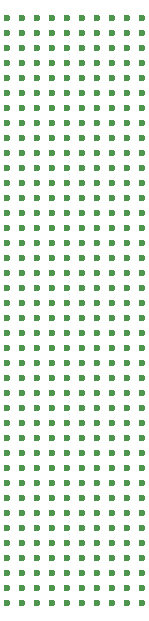
<source format=gtp>
%FSAX24Y24*%
%MOIN*%
G70*
G01*
G75*
G04 Layer_Color=8421504*
%ADD10C,0.0236*%
G54D10*
X087768Y032272D02*
D03*
Y032772D02*
D03*
Y033272D02*
D03*
Y033772D02*
D03*
Y034272D02*
D03*
Y034772D02*
D03*
Y035272D02*
D03*
Y035772D02*
D03*
Y036272D02*
D03*
Y036772D02*
D03*
Y037272D02*
D03*
Y037772D02*
D03*
Y038272D02*
D03*
Y038772D02*
D03*
Y039272D02*
D03*
Y039772D02*
D03*
Y040272D02*
D03*
Y040772D02*
D03*
Y041272D02*
D03*
Y041772D02*
D03*
Y042272D02*
D03*
Y042772D02*
D03*
Y043272D02*
D03*
Y043772D02*
D03*
Y044272D02*
D03*
Y044772D02*
D03*
Y045272D02*
D03*
Y045772D02*
D03*
Y046272D02*
D03*
Y046772D02*
D03*
Y047272D02*
D03*
Y047772D02*
D03*
Y048272D02*
D03*
Y048772D02*
D03*
Y049272D02*
D03*
Y049772D02*
D03*
Y050272D02*
D03*
Y050772D02*
D03*
Y051272D02*
D03*
Y051772D02*
D03*
X087268Y032272D02*
D03*
Y032772D02*
D03*
Y033272D02*
D03*
Y033772D02*
D03*
Y034272D02*
D03*
Y034772D02*
D03*
Y035272D02*
D03*
Y035772D02*
D03*
Y036272D02*
D03*
Y036772D02*
D03*
Y037272D02*
D03*
Y037772D02*
D03*
Y038272D02*
D03*
Y038772D02*
D03*
Y039272D02*
D03*
Y039772D02*
D03*
Y040272D02*
D03*
Y040772D02*
D03*
Y041272D02*
D03*
Y041772D02*
D03*
Y042272D02*
D03*
Y042772D02*
D03*
Y043272D02*
D03*
Y043772D02*
D03*
Y044272D02*
D03*
Y044772D02*
D03*
Y045272D02*
D03*
Y045772D02*
D03*
Y046272D02*
D03*
Y046772D02*
D03*
Y047272D02*
D03*
Y047772D02*
D03*
Y048272D02*
D03*
Y048772D02*
D03*
Y049272D02*
D03*
Y049772D02*
D03*
Y050272D02*
D03*
Y050772D02*
D03*
Y051272D02*
D03*
Y051772D02*
D03*
X086768Y032272D02*
D03*
Y032772D02*
D03*
Y033272D02*
D03*
Y033772D02*
D03*
Y034272D02*
D03*
Y034772D02*
D03*
Y035272D02*
D03*
Y035772D02*
D03*
Y036272D02*
D03*
Y036772D02*
D03*
Y037272D02*
D03*
Y037772D02*
D03*
Y038272D02*
D03*
Y038772D02*
D03*
Y039272D02*
D03*
Y039772D02*
D03*
Y040272D02*
D03*
Y040772D02*
D03*
Y041272D02*
D03*
Y041772D02*
D03*
Y042272D02*
D03*
Y042772D02*
D03*
Y043272D02*
D03*
Y043772D02*
D03*
Y044272D02*
D03*
Y044772D02*
D03*
Y045272D02*
D03*
Y045772D02*
D03*
Y046272D02*
D03*
Y046772D02*
D03*
Y047272D02*
D03*
Y047772D02*
D03*
Y048272D02*
D03*
Y048772D02*
D03*
Y049272D02*
D03*
Y049772D02*
D03*
Y050272D02*
D03*
Y050772D02*
D03*
Y051272D02*
D03*
Y051772D02*
D03*
X086268Y032272D02*
D03*
Y032772D02*
D03*
Y033272D02*
D03*
Y033772D02*
D03*
Y034272D02*
D03*
Y034772D02*
D03*
Y035272D02*
D03*
Y035772D02*
D03*
Y036272D02*
D03*
Y036772D02*
D03*
Y037272D02*
D03*
Y037772D02*
D03*
Y038272D02*
D03*
Y038772D02*
D03*
Y039272D02*
D03*
Y039772D02*
D03*
Y040272D02*
D03*
Y040772D02*
D03*
Y041272D02*
D03*
Y041772D02*
D03*
Y042272D02*
D03*
Y042772D02*
D03*
Y043272D02*
D03*
Y043772D02*
D03*
Y044272D02*
D03*
Y044772D02*
D03*
Y045272D02*
D03*
Y045772D02*
D03*
Y046272D02*
D03*
Y046772D02*
D03*
Y047272D02*
D03*
Y047772D02*
D03*
Y048272D02*
D03*
Y048772D02*
D03*
Y049272D02*
D03*
Y049772D02*
D03*
Y050272D02*
D03*
Y050772D02*
D03*
Y051272D02*
D03*
Y051772D02*
D03*
X085768Y032272D02*
D03*
Y032772D02*
D03*
Y033272D02*
D03*
Y033772D02*
D03*
Y034272D02*
D03*
Y034772D02*
D03*
Y035272D02*
D03*
Y035772D02*
D03*
Y036272D02*
D03*
Y036772D02*
D03*
Y037272D02*
D03*
Y037772D02*
D03*
Y038272D02*
D03*
Y038772D02*
D03*
Y039272D02*
D03*
Y039772D02*
D03*
Y040272D02*
D03*
Y040772D02*
D03*
Y041272D02*
D03*
Y041772D02*
D03*
Y042272D02*
D03*
Y042772D02*
D03*
Y043272D02*
D03*
Y043772D02*
D03*
Y044272D02*
D03*
Y044772D02*
D03*
Y045272D02*
D03*
Y045772D02*
D03*
Y046272D02*
D03*
Y046772D02*
D03*
Y047272D02*
D03*
Y047772D02*
D03*
Y048272D02*
D03*
Y048772D02*
D03*
Y049272D02*
D03*
Y049772D02*
D03*
Y050272D02*
D03*
Y050772D02*
D03*
Y051272D02*
D03*
Y051772D02*
D03*
X085268Y032272D02*
D03*
Y032772D02*
D03*
Y033272D02*
D03*
Y033772D02*
D03*
Y034272D02*
D03*
Y034772D02*
D03*
Y035272D02*
D03*
Y035772D02*
D03*
Y036272D02*
D03*
Y036772D02*
D03*
Y037272D02*
D03*
Y037772D02*
D03*
Y038272D02*
D03*
Y038772D02*
D03*
Y039272D02*
D03*
Y039772D02*
D03*
Y040272D02*
D03*
Y040772D02*
D03*
Y041272D02*
D03*
Y041772D02*
D03*
Y042272D02*
D03*
Y042772D02*
D03*
Y043272D02*
D03*
Y043772D02*
D03*
Y044272D02*
D03*
Y044772D02*
D03*
Y045272D02*
D03*
Y045772D02*
D03*
Y046272D02*
D03*
Y046772D02*
D03*
Y047272D02*
D03*
Y047772D02*
D03*
Y048272D02*
D03*
Y048772D02*
D03*
Y049272D02*
D03*
Y049772D02*
D03*
Y050272D02*
D03*
Y050772D02*
D03*
Y051272D02*
D03*
Y051772D02*
D03*
X084768Y032272D02*
D03*
Y032772D02*
D03*
Y033272D02*
D03*
Y033772D02*
D03*
Y034272D02*
D03*
Y034772D02*
D03*
Y035272D02*
D03*
Y035772D02*
D03*
Y036272D02*
D03*
Y036772D02*
D03*
Y037272D02*
D03*
Y037772D02*
D03*
Y038272D02*
D03*
Y038772D02*
D03*
Y039272D02*
D03*
Y039772D02*
D03*
Y040272D02*
D03*
Y040772D02*
D03*
Y041272D02*
D03*
Y041772D02*
D03*
Y042272D02*
D03*
Y042772D02*
D03*
Y043272D02*
D03*
Y043772D02*
D03*
Y044272D02*
D03*
Y044772D02*
D03*
Y045272D02*
D03*
Y045772D02*
D03*
Y046272D02*
D03*
Y046772D02*
D03*
Y047272D02*
D03*
Y047772D02*
D03*
Y048272D02*
D03*
Y048772D02*
D03*
Y049272D02*
D03*
Y049772D02*
D03*
Y050272D02*
D03*
Y050772D02*
D03*
Y051272D02*
D03*
Y051772D02*
D03*
X084268Y032272D02*
D03*
Y032772D02*
D03*
Y033272D02*
D03*
Y033772D02*
D03*
Y034272D02*
D03*
Y034772D02*
D03*
Y035272D02*
D03*
Y035772D02*
D03*
Y036272D02*
D03*
Y036772D02*
D03*
Y037272D02*
D03*
Y037772D02*
D03*
Y038272D02*
D03*
Y038772D02*
D03*
Y039272D02*
D03*
Y039772D02*
D03*
Y040272D02*
D03*
Y040772D02*
D03*
Y041272D02*
D03*
Y041772D02*
D03*
Y042272D02*
D03*
Y042772D02*
D03*
Y043272D02*
D03*
Y043772D02*
D03*
Y044272D02*
D03*
Y044772D02*
D03*
Y045272D02*
D03*
Y045772D02*
D03*
Y046272D02*
D03*
Y046772D02*
D03*
Y047272D02*
D03*
Y047772D02*
D03*
Y048272D02*
D03*
Y048772D02*
D03*
Y049272D02*
D03*
Y049772D02*
D03*
Y050272D02*
D03*
Y050772D02*
D03*
Y051272D02*
D03*
Y051772D02*
D03*
X083768Y032272D02*
D03*
Y032772D02*
D03*
Y033272D02*
D03*
Y033772D02*
D03*
Y034272D02*
D03*
Y034772D02*
D03*
Y035272D02*
D03*
Y035772D02*
D03*
Y036272D02*
D03*
Y036772D02*
D03*
Y037272D02*
D03*
Y037772D02*
D03*
Y038272D02*
D03*
Y038772D02*
D03*
Y039272D02*
D03*
Y039772D02*
D03*
Y040272D02*
D03*
Y040772D02*
D03*
Y041272D02*
D03*
Y041772D02*
D03*
Y042272D02*
D03*
Y042772D02*
D03*
Y043272D02*
D03*
Y043772D02*
D03*
Y044272D02*
D03*
Y044772D02*
D03*
Y045272D02*
D03*
Y045772D02*
D03*
Y046272D02*
D03*
Y046772D02*
D03*
Y047272D02*
D03*
Y047772D02*
D03*
Y048272D02*
D03*
Y048772D02*
D03*
Y049272D02*
D03*
Y049772D02*
D03*
Y050272D02*
D03*
Y050772D02*
D03*
Y051272D02*
D03*
X083268Y032272D02*
D03*
Y032772D02*
D03*
Y033272D02*
D03*
Y033772D02*
D03*
Y034272D02*
D03*
Y034772D02*
D03*
Y035272D02*
D03*
Y035772D02*
D03*
Y036272D02*
D03*
Y036772D02*
D03*
Y037272D02*
D03*
Y037772D02*
D03*
Y038272D02*
D03*
Y038772D02*
D03*
Y039272D02*
D03*
Y039772D02*
D03*
Y040272D02*
D03*
Y040772D02*
D03*
Y041272D02*
D03*
Y041772D02*
D03*
Y042272D02*
D03*
Y042772D02*
D03*
Y043272D02*
D03*
Y043772D02*
D03*
Y044272D02*
D03*
Y044772D02*
D03*
Y045272D02*
D03*
Y045772D02*
D03*
Y046272D02*
D03*
Y046772D02*
D03*
Y047272D02*
D03*
Y047772D02*
D03*
Y048272D02*
D03*
Y048772D02*
D03*
Y049272D02*
D03*
Y049772D02*
D03*
Y050272D02*
D03*
Y050772D02*
D03*
Y051272D02*
D03*
Y051772D02*
D03*
X083768D02*
D03*
M02*

</source>
